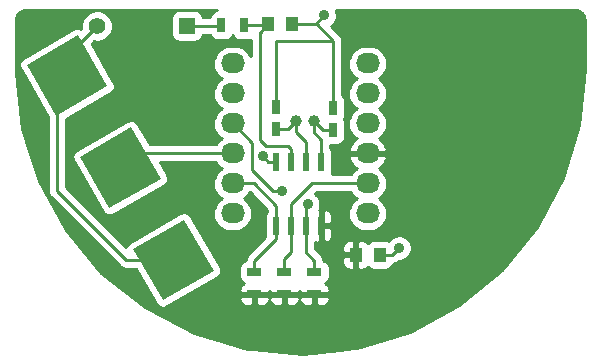
<source format=gtl>
%FSLAX46Y46*%
G04 Gerber Fmt 4.6, Leading zero omitted, Abs format (unit mm)*
G04 Created by KiCad (PCBNEW (2014-10-27 BZR 5228)-product) date 20/04/2015 15:04:09*
%MOMM*%
G01*
G04 APERTURE LIST*
%ADD10C,0.100000*%
%ADD11O,2.032000X1.727200*%
%ADD12R,1.000000X1.250000*%
%ADD13R,0.750000X1.200000*%
%ADD14R,1.397000X1.397000*%
%ADD15C,1.397000*%
%ADD16R,1.300000X0.700000*%
%ADD17R,0.700000X1.300000*%
%ADD18R,0.600000X1.550000*%
%ADD19C,1.000760*%
%ADD20C,0.889000*%
%ADD21C,0.254000*%
G04 APERTURE END LIST*
D10*
D11*
X202565000Y-103632000D03*
X202565000Y-106172000D03*
X202565000Y-108712000D03*
X202565000Y-111252000D03*
X202565000Y-113792000D03*
X202565000Y-116332000D03*
X213995000Y-103632000D03*
X213995000Y-106172000D03*
X213995000Y-108712000D03*
X213995000Y-111252000D03*
X213995000Y-113792000D03*
X213995000Y-116332000D03*
D12*
X212995000Y-119824500D03*
X214995000Y-119824500D03*
D13*
X211074000Y-109281000D03*
X211074000Y-107381000D03*
X206248000Y-109217500D03*
X206248000Y-107317500D03*
D12*
X207565500Y-100330000D03*
X205565500Y-100330000D03*
D14*
X198691500Y-100457000D03*
D15*
X191071500Y-100457000D03*
D16*
X209486500Y-123187500D03*
X209486500Y-121287500D03*
X206946500Y-123187500D03*
X206946500Y-121287500D03*
X204406500Y-123187500D03*
X204406500Y-121287500D03*
D17*
X203515000Y-100393500D03*
X201615000Y-100393500D03*
D18*
X210058000Y-117381000D03*
X208788000Y-117381000D03*
X207518000Y-117381000D03*
X206248000Y-117381000D03*
X206248000Y-111981000D03*
X207518000Y-111981000D03*
X208788000Y-111981000D03*
X210058000Y-111981000D03*
D10*
G36*
X200963564Y-121182515D02*
X196633436Y-123682515D01*
X194133436Y-119352387D01*
X198463564Y-116852387D01*
X200963564Y-121182515D01*
X200963564Y-121182515D01*
G37*
G36*
X191946564Y-105564613D02*
X187616436Y-108064613D01*
X185116436Y-103734485D01*
X189446564Y-101234485D01*
X191946564Y-105564613D01*
X191946564Y-105564613D01*
G37*
G36*
X196455064Y-113373564D02*
X192124936Y-115873564D01*
X189624936Y-111543436D01*
X193955064Y-109043436D01*
X196455064Y-113373564D01*
X196455064Y-113373564D01*
G37*
D19*
X207911700Y-108521500D03*
X209410300Y-108521500D03*
D20*
X205105000Y-111506000D03*
X216662000Y-119253000D03*
X210312000Y-99568000D03*
X208915000Y-115570000D03*
X206756000Y-114427000D03*
D21*
X211074000Y-101727000D02*
X211074000Y-107381000D01*
X206248000Y-101727000D02*
X211074000Y-101727000D01*
X206248000Y-107317500D02*
X206248000Y-101727000D01*
X205580000Y-111981000D02*
X205105000Y-111506000D01*
X206248000Y-111981000D02*
X205580000Y-111981000D01*
X216090500Y-119824500D02*
X216662000Y-119253000D01*
X214995000Y-119824500D02*
X216090500Y-119824500D01*
X209677000Y-100330000D02*
X211074000Y-101727000D01*
X207565500Y-100330000D02*
X209677000Y-100330000D01*
X209677000Y-100203000D02*
X210312000Y-99568000D01*
X209677000Y-100330000D02*
X209677000Y-100203000D01*
X194246500Y-111252000D02*
X202565000Y-111252000D01*
X193040000Y-112458500D02*
X194246500Y-111252000D01*
X211518500Y-119824500D02*
X212995000Y-119824500D01*
X210058000Y-118364000D02*
X211518500Y-119824500D01*
X210058000Y-117381000D02*
X210058000Y-118364000D01*
X204406500Y-123187500D02*
X206946500Y-123187500D01*
X206946500Y-123187500D02*
X209486500Y-123187500D01*
X211584500Y-123187500D02*
X212995000Y-121777000D01*
X212995000Y-121777000D02*
X212995000Y-119824500D01*
X209486500Y-123187500D02*
X211584500Y-123187500D01*
X210169800Y-109281000D02*
X209410300Y-108521500D01*
X211074000Y-109281000D02*
X210169800Y-109281000D01*
X209410300Y-109461300D02*
X210058000Y-110109000D01*
X210058000Y-110109000D02*
X210058000Y-111981000D01*
X209410300Y-108521500D02*
X209410300Y-109461300D01*
X207215700Y-109217500D02*
X207911700Y-108521500D01*
X206248000Y-109217500D02*
X207215700Y-109217500D01*
X207911700Y-109423200D02*
X208788000Y-110299500D01*
X208788000Y-110299500D02*
X208788000Y-111981000D01*
X207911700Y-108521500D02*
X207911700Y-109423200D01*
X205502000Y-100393500D02*
X205565500Y-100330000D01*
X203515000Y-100393500D02*
X205502000Y-100393500D01*
X204851000Y-101044500D02*
X204851000Y-110109000D01*
X204851000Y-110109000D02*
X205359000Y-110617000D01*
X205359000Y-110617000D02*
X207264000Y-110617000D01*
X207264000Y-110617000D02*
X207518000Y-110871000D01*
X207518000Y-110871000D02*
X207518000Y-111981000D01*
X205565500Y-100330000D02*
X204851000Y-101044500D01*
X201551500Y-100457000D02*
X201615000Y-100393500D01*
X201551500Y-100457000D02*
X201615000Y-100393500D01*
X198691500Y-100457000D02*
X201551500Y-100457000D01*
X188531500Y-102997000D02*
X191071500Y-100457000D01*
X188531500Y-104649549D02*
X188531500Y-102997000D01*
X187706000Y-114427000D02*
X193546451Y-120267451D01*
X193546451Y-120267451D02*
X197548500Y-120267451D01*
X187706000Y-105475049D02*
X187706000Y-114427000D01*
X188531500Y-104649549D02*
X187706000Y-105475049D01*
X208788000Y-119634000D02*
X209486500Y-120332500D01*
X209486500Y-120332500D02*
X209486500Y-121287500D01*
X208788000Y-117381000D02*
X208788000Y-119634000D01*
X208788000Y-115697000D02*
X208915000Y-115570000D01*
X206756000Y-114427000D02*
X205994000Y-114427000D01*
X205994000Y-114427000D02*
X204216000Y-112649000D01*
X204216000Y-112649000D02*
X204216000Y-110363000D01*
X204216000Y-110363000D02*
X202565000Y-108712000D01*
X208788000Y-117381000D02*
X208788000Y-115697000D01*
X204406500Y-120332500D02*
X204406500Y-121287500D01*
X206248000Y-118491000D02*
X204406500Y-120332500D01*
X206248000Y-117381000D02*
X206248000Y-118491000D01*
X206248000Y-115697000D02*
X204343000Y-113792000D01*
X204343000Y-113792000D02*
X202565000Y-113792000D01*
X206248000Y-117381000D02*
X206248000Y-115697000D01*
X207518000Y-119634000D02*
X206946500Y-120205500D01*
X206946500Y-120205500D02*
X206946500Y-121287500D01*
X207518000Y-117381000D02*
X207518000Y-119634000D01*
X207518000Y-115570000D02*
X209296000Y-113792000D01*
X209296000Y-113792000D02*
X213995000Y-113792000D01*
X207518000Y-117381000D02*
X207518000Y-115570000D01*
G36*
X232360000Y-104106495D02*
X231898177Y-108816525D01*
X230540031Y-113314924D01*
X228334008Y-117463850D01*
X225364132Y-121105276D01*
X221743527Y-124100501D01*
X217741546Y-126264364D01*
X217741546Y-119147150D01*
X217700426Y-118939481D01*
X217619754Y-118743753D01*
X217502600Y-118567423D01*
X217353428Y-118417207D01*
X217177921Y-118298825D01*
X216982761Y-118216788D01*
X216775384Y-118174219D01*
X216563689Y-118172741D01*
X216355738Y-118212410D01*
X216159452Y-118291715D01*
X215982308Y-118407634D01*
X215831054Y-118555753D01*
X215780044Y-118630250D01*
X215680223Y-118588903D01*
X215557542Y-118564500D01*
X215432458Y-118564500D01*
X214432458Y-118564500D01*
X214309777Y-118588903D01*
X214194215Y-118636770D01*
X214090211Y-118706263D01*
X214001763Y-118794711D01*
X213995000Y-118804832D01*
X213988237Y-118794711D01*
X213899789Y-118706263D01*
X213795785Y-118636770D01*
X213680223Y-118588903D01*
X213557542Y-118564500D01*
X213280750Y-118564500D01*
X213122000Y-118723250D01*
X213122000Y-119697500D01*
X213142000Y-119697500D01*
X213142000Y-119951500D01*
X213122000Y-119951500D01*
X213122000Y-120925750D01*
X213280750Y-121084500D01*
X213557542Y-121084500D01*
X213680223Y-121060097D01*
X213795785Y-121012230D01*
X213899789Y-120942737D01*
X213988237Y-120854289D01*
X213995000Y-120844167D01*
X214001763Y-120854289D01*
X214090211Y-120942737D01*
X214194215Y-121012230D01*
X214309777Y-121060097D01*
X214432458Y-121084500D01*
X214557542Y-121084500D01*
X215557542Y-121084500D01*
X215680223Y-121060097D01*
X215795785Y-121012230D01*
X215899789Y-120942737D01*
X215988237Y-120854289D01*
X216057730Y-120750285D01*
X216105597Y-120634723D01*
X216115680Y-120584031D01*
X216160613Y-120579625D01*
X216230670Y-120573496D01*
X216234512Y-120572379D01*
X216238507Y-120571988D01*
X216305959Y-120551622D01*
X216373482Y-120532006D01*
X216377037Y-120530162D01*
X216380876Y-120529004D01*
X216443053Y-120495943D01*
X216505514Y-120463567D01*
X216508644Y-120461068D01*
X216512184Y-120459186D01*
X216566730Y-120414699D01*
X216621740Y-120370786D01*
X216627314Y-120365287D01*
X216627431Y-120365193D01*
X216627520Y-120365085D01*
X216629315Y-120363315D01*
X216659891Y-120332738D01*
X216745219Y-120334526D01*
X216953704Y-120297765D01*
X217151077Y-120221208D01*
X217329822Y-120107773D01*
X217483130Y-119961780D01*
X217605161Y-119788790D01*
X217691268Y-119595392D01*
X217738170Y-119388952D01*
X217741546Y-119147150D01*
X217741546Y-126264364D01*
X217610103Y-126335435D01*
X213121292Y-127724955D01*
X212868000Y-127751576D01*
X212868000Y-120925750D01*
X212868000Y-119951500D01*
X212868000Y-119697500D01*
X212868000Y-118723250D01*
X212709250Y-118564500D01*
X212432458Y-118564500D01*
X212309777Y-118588903D01*
X212194215Y-118636770D01*
X212090211Y-118706263D01*
X212001763Y-118794711D01*
X211932270Y-118898715D01*
X211884403Y-119014277D01*
X211860000Y-119136958D01*
X211860000Y-119262042D01*
X211860000Y-119538750D01*
X212018750Y-119697500D01*
X212868000Y-119697500D01*
X212868000Y-119951500D01*
X212018750Y-119951500D01*
X211860000Y-120110250D01*
X211860000Y-120386958D01*
X211860000Y-120512042D01*
X211884403Y-120634723D01*
X211932270Y-120750285D01*
X212001763Y-120854289D01*
X212090211Y-120942737D01*
X212194215Y-121012230D01*
X212309777Y-121060097D01*
X212432458Y-121084500D01*
X212709250Y-121084500D01*
X212868000Y-120925750D01*
X212868000Y-127751576D01*
X210993000Y-127948646D01*
X210993000Y-118218542D01*
X210993000Y-118093458D01*
X210993000Y-117666750D01*
X210993000Y-117095250D01*
X210993000Y-116668542D01*
X210993000Y-116543458D01*
X210968597Y-116420777D01*
X210920730Y-116305215D01*
X210851237Y-116201211D01*
X210762789Y-116112763D01*
X210658785Y-116043270D01*
X210543223Y-115995403D01*
X210420542Y-115971000D01*
X210343750Y-115971000D01*
X210185000Y-116129750D01*
X210185000Y-117254000D01*
X210834250Y-117254000D01*
X210993000Y-117095250D01*
X210993000Y-117666750D01*
X210834250Y-117508000D01*
X210185000Y-117508000D01*
X210185000Y-118632250D01*
X210343750Y-118791000D01*
X210420542Y-118791000D01*
X210543223Y-118766597D01*
X210658785Y-118718730D01*
X210762789Y-118649237D01*
X210851237Y-118560789D01*
X210920730Y-118456785D01*
X210968597Y-118341223D01*
X210993000Y-118218542D01*
X210993000Y-127948646D01*
X210771500Y-127971927D01*
X210771500Y-123600042D01*
X210771500Y-123473250D01*
X210612750Y-123314500D01*
X209613500Y-123314500D01*
X209613500Y-124013750D01*
X209772250Y-124172500D01*
X210073958Y-124172500D01*
X210199042Y-124172500D01*
X210321723Y-124148097D01*
X210437285Y-124100230D01*
X210541289Y-124030737D01*
X210629737Y-123942289D01*
X210699230Y-123838285D01*
X210747097Y-123722723D01*
X210771500Y-123600042D01*
X210771500Y-127971927D01*
X209359500Y-128120333D01*
X209359500Y-124013750D01*
X209359500Y-123314500D01*
X208360250Y-123314500D01*
X208216500Y-123458250D01*
X208072750Y-123314500D01*
X207073500Y-123314500D01*
X207073500Y-124013750D01*
X207232250Y-124172500D01*
X207533958Y-124172500D01*
X207659042Y-124172500D01*
X207781723Y-124148097D01*
X207897285Y-124100230D01*
X208001289Y-124030737D01*
X208089737Y-123942289D01*
X208159230Y-123838285D01*
X208207097Y-123722723D01*
X208216500Y-123675451D01*
X208225903Y-123722723D01*
X208273770Y-123838285D01*
X208343263Y-123942289D01*
X208431711Y-124030737D01*
X208535715Y-124100230D01*
X208651277Y-124148097D01*
X208773958Y-124172500D01*
X208899042Y-124172500D01*
X209200750Y-124172500D01*
X209359500Y-124013750D01*
X209359500Y-128120333D01*
X208448084Y-128216127D01*
X206819500Y-128067914D01*
X206819500Y-124013750D01*
X206819500Y-123314500D01*
X205820250Y-123314500D01*
X205676500Y-123458250D01*
X205532750Y-123314500D01*
X204533500Y-123314500D01*
X204533500Y-124013750D01*
X204692250Y-124172500D01*
X204993958Y-124172500D01*
X205119042Y-124172500D01*
X205241723Y-124148097D01*
X205357285Y-124100230D01*
X205461289Y-124030737D01*
X205549737Y-123942289D01*
X205619230Y-123838285D01*
X205667097Y-123722723D01*
X205676500Y-123675451D01*
X205685903Y-123722723D01*
X205733770Y-123838285D01*
X205803263Y-123942289D01*
X205891711Y-124030737D01*
X205995715Y-124100230D01*
X206111277Y-124148097D01*
X206233958Y-124172500D01*
X206359042Y-124172500D01*
X206660750Y-124172500D01*
X206819500Y-124013750D01*
X206819500Y-128067914D01*
X204279500Y-127836757D01*
X204279500Y-124013750D01*
X204279500Y-123314500D01*
X203280250Y-123314500D01*
X203121500Y-123473250D01*
X203121500Y-123600042D01*
X203145903Y-123722723D01*
X203193770Y-123838285D01*
X203263263Y-123942289D01*
X203351711Y-124030737D01*
X203455715Y-124100230D01*
X203571277Y-124148097D01*
X203693958Y-124172500D01*
X203819042Y-124172500D01*
X204120750Y-124172500D01*
X204279500Y-124013750D01*
X204279500Y-127836757D01*
X203768472Y-127790250D01*
X201601294Y-127152414D01*
X201601294Y-121161637D01*
X201584968Y-121037624D01*
X201544761Y-120919177D01*
X201482219Y-120810852D01*
X198982219Y-116480725D01*
X198899745Y-116386681D01*
X198800509Y-116310535D01*
X198688325Y-116255211D01*
X198567503Y-116222837D01*
X198442686Y-116214657D01*
X198318673Y-116230983D01*
X198200226Y-116271190D01*
X198091901Y-116333732D01*
X193761774Y-118833732D01*
X193667730Y-118916206D01*
X193591584Y-119015442D01*
X193536260Y-119127626D01*
X193525270Y-119168640D01*
X188468000Y-114111370D01*
X188468000Y-108306197D01*
X192318226Y-106083268D01*
X192412270Y-106000794D01*
X192488416Y-105901558D01*
X192543740Y-105789374D01*
X192576114Y-105668552D01*
X192584294Y-105543735D01*
X192567968Y-105419722D01*
X192527761Y-105301275D01*
X192465219Y-105192950D01*
X190616044Y-101990086D01*
X190835590Y-101770540D01*
X190912844Y-101787526D01*
X191174300Y-101793003D01*
X191431840Y-101747592D01*
X191675654Y-101653022D01*
X191896457Y-101512897D01*
X192085837Y-101332552D01*
X192236581Y-101118858D01*
X192342948Y-100879955D01*
X192400886Y-100624941D01*
X192405057Y-100326244D01*
X192354262Y-100069711D01*
X192254607Y-99827931D01*
X192109888Y-99610111D01*
X191925618Y-99424549D01*
X191708814Y-99278313D01*
X191467735Y-99176973D01*
X191211563Y-99124388D01*
X190950057Y-99122563D01*
X190693176Y-99171565D01*
X190450706Y-99269530D01*
X190231881Y-99412725D01*
X190045037Y-99595695D01*
X189897291Y-99811473D01*
X189794270Y-100051839D01*
X189739899Y-100307637D01*
X189736247Y-100569124D01*
X189756467Y-100679297D01*
X189671325Y-100637309D01*
X189550503Y-100604935D01*
X189425686Y-100596755D01*
X189301673Y-100613081D01*
X189183226Y-100653288D01*
X189074901Y-100715830D01*
X184744774Y-103215830D01*
X184650730Y-103298304D01*
X184574584Y-103397540D01*
X184519260Y-103509724D01*
X184486886Y-103630546D01*
X184478706Y-103755363D01*
X184495032Y-103879376D01*
X184535239Y-103997823D01*
X184597781Y-104106148D01*
X186944000Y-108169918D01*
X186944000Y-114427000D01*
X186950874Y-114497113D01*
X186957004Y-114567170D01*
X186958120Y-114571012D01*
X186958512Y-114575007D01*
X186978877Y-114642459D01*
X186998494Y-114709982D01*
X187000337Y-114713537D01*
X187001496Y-114717376D01*
X187034556Y-114779553D01*
X187066933Y-114842014D01*
X187069431Y-114845144D01*
X187071314Y-114848684D01*
X187115800Y-114903230D01*
X187159714Y-114958240D01*
X187165212Y-114963814D01*
X187165307Y-114963931D01*
X187165414Y-114964020D01*
X187167185Y-114965815D01*
X193007636Y-120806266D01*
X193062050Y-120850963D01*
X193115946Y-120896187D01*
X193119453Y-120898115D01*
X193122554Y-120900662D01*
X193184619Y-120933940D01*
X193246267Y-120967832D01*
X193250087Y-120969043D01*
X193253618Y-120970937D01*
X193320915Y-120991511D01*
X193388022Y-121012799D01*
X193392005Y-121013245D01*
X193395836Y-121014417D01*
X193465823Y-121021526D01*
X193535812Y-121029377D01*
X193543648Y-121029431D01*
X193543791Y-121029446D01*
X193543924Y-121029433D01*
X193546451Y-121029451D01*
X194368454Y-121029451D01*
X196114781Y-124054177D01*
X196197255Y-124148221D01*
X196296491Y-124224367D01*
X196408675Y-124279691D01*
X196529497Y-124312065D01*
X196654314Y-124320245D01*
X196778327Y-124303919D01*
X196896774Y-124263712D01*
X197005099Y-124201170D01*
X201335226Y-121701170D01*
X201429270Y-121618696D01*
X201505416Y-121519460D01*
X201560740Y-121407276D01*
X201593114Y-121286454D01*
X201601294Y-121161637D01*
X201601294Y-127152414D01*
X199260702Y-126463541D01*
X195096477Y-124286536D01*
X191434403Y-121342153D01*
X188413976Y-117742549D01*
X186150239Y-113624826D01*
X184729419Y-109145829D01*
X184202146Y-104445089D01*
X184200000Y-104137653D01*
X184200000Y-99958503D01*
X184218743Y-99767336D01*
X184264532Y-99615678D01*
X184338904Y-99475804D01*
X184439030Y-99353038D01*
X184561093Y-99252059D01*
X184700449Y-99176709D01*
X184851780Y-99129864D01*
X185040782Y-99110000D01*
X201194917Y-99110000D01*
X201079777Y-99132903D01*
X200964215Y-99180770D01*
X200860211Y-99250263D01*
X200771763Y-99338711D01*
X200702270Y-99442715D01*
X200654403Y-99558277D01*
X200630000Y-99680958D01*
X200630000Y-99695000D01*
X200024809Y-99695000D01*
X200000597Y-99573277D01*
X199952730Y-99457715D01*
X199883237Y-99353711D01*
X199794789Y-99265263D01*
X199690785Y-99195770D01*
X199575223Y-99147903D01*
X199452542Y-99123500D01*
X199327458Y-99123500D01*
X197930458Y-99123500D01*
X197807777Y-99147903D01*
X197692215Y-99195770D01*
X197588211Y-99265263D01*
X197499763Y-99353711D01*
X197430270Y-99457715D01*
X197382403Y-99573277D01*
X197358000Y-99695958D01*
X197358000Y-99821042D01*
X197358000Y-101218042D01*
X197382403Y-101340723D01*
X197430270Y-101456285D01*
X197499763Y-101560289D01*
X197588211Y-101648737D01*
X197692215Y-101718230D01*
X197807777Y-101766097D01*
X197930458Y-101790500D01*
X198055542Y-101790500D01*
X199452542Y-101790500D01*
X199575223Y-101766097D01*
X199690785Y-101718230D01*
X199794789Y-101648737D01*
X199883237Y-101560289D01*
X199952730Y-101456285D01*
X200000597Y-101340723D01*
X200024809Y-101219000D01*
X200652468Y-101219000D01*
X200654403Y-101228723D01*
X200702270Y-101344285D01*
X200771763Y-101448289D01*
X200860211Y-101536737D01*
X200964215Y-101606230D01*
X201079777Y-101654097D01*
X201202458Y-101678500D01*
X201327542Y-101678500D01*
X202027542Y-101678500D01*
X202150223Y-101654097D01*
X202265785Y-101606230D01*
X202369789Y-101536737D01*
X202458237Y-101448289D01*
X202527730Y-101344285D01*
X202565000Y-101254306D01*
X202602270Y-101344285D01*
X202671763Y-101448289D01*
X202760211Y-101536737D01*
X202864215Y-101606230D01*
X202979777Y-101654097D01*
X203102458Y-101678500D01*
X203227542Y-101678500D01*
X203927542Y-101678500D01*
X204050223Y-101654097D01*
X204089000Y-101638035D01*
X204089000Y-103021137D01*
X203979363Y-102811422D01*
X203796097Y-102583485D01*
X203572048Y-102395485D01*
X203315749Y-102254584D01*
X203036964Y-102166148D01*
X202746312Y-102133546D01*
X202725388Y-102133400D01*
X202404612Y-102133400D01*
X202113532Y-102161941D01*
X201833540Y-102246475D01*
X201575299Y-102383784D01*
X201348647Y-102568637D01*
X201162216Y-102793994D01*
X201023108Y-103051269D01*
X200936621Y-103330665D01*
X200906049Y-103621538D01*
X200932556Y-103912810D01*
X201015134Y-104193385D01*
X201150637Y-104452578D01*
X201333903Y-104680515D01*
X201557952Y-104868515D01*
X201617586Y-104901299D01*
X201575299Y-104923784D01*
X201348647Y-105108637D01*
X201162216Y-105333994D01*
X201023108Y-105591269D01*
X200936621Y-105870665D01*
X200906049Y-106161538D01*
X200932556Y-106452810D01*
X201015134Y-106733385D01*
X201150637Y-106992578D01*
X201333903Y-107220515D01*
X201557952Y-107408515D01*
X201617586Y-107441299D01*
X201575299Y-107463784D01*
X201348647Y-107648637D01*
X201162216Y-107873994D01*
X201023108Y-108131269D01*
X200936621Y-108410665D01*
X200906049Y-108701538D01*
X200932556Y-108992810D01*
X201015134Y-109273385D01*
X201150637Y-109532578D01*
X201333903Y-109760515D01*
X201557952Y-109948515D01*
X201617586Y-109981299D01*
X201575299Y-110003784D01*
X201348647Y-110188637D01*
X201162216Y-110413994D01*
X201121119Y-110490000D01*
X195523472Y-110490000D01*
X194473719Y-108671774D01*
X194391245Y-108577730D01*
X194292009Y-108501584D01*
X194179825Y-108446260D01*
X194059003Y-108413886D01*
X193934186Y-108405706D01*
X193810173Y-108422032D01*
X193691726Y-108462239D01*
X193583401Y-108524781D01*
X189253274Y-111024781D01*
X189159230Y-111107255D01*
X189083084Y-111206491D01*
X189027760Y-111318675D01*
X188995386Y-111439497D01*
X188987206Y-111564314D01*
X189003532Y-111688327D01*
X189043739Y-111806774D01*
X189106281Y-111915099D01*
X191606281Y-116245226D01*
X191688755Y-116339270D01*
X191787991Y-116415416D01*
X191900175Y-116470740D01*
X192020997Y-116503114D01*
X192145814Y-116511294D01*
X192269827Y-116494968D01*
X192388274Y-116454761D01*
X192496599Y-116392219D01*
X196826726Y-113892219D01*
X196920770Y-113809745D01*
X196996916Y-113710509D01*
X197052240Y-113598325D01*
X197084614Y-113477503D01*
X197092794Y-113352686D01*
X197076468Y-113228673D01*
X197036261Y-113110226D01*
X196973719Y-113001901D01*
X196403354Y-112014000D01*
X201120013Y-112014000D01*
X201150637Y-112072578D01*
X201333903Y-112300515D01*
X201557952Y-112488515D01*
X201617586Y-112521299D01*
X201575299Y-112543784D01*
X201348647Y-112728637D01*
X201162216Y-112953994D01*
X201023108Y-113211269D01*
X200936621Y-113490665D01*
X200906049Y-113781538D01*
X200932556Y-114072810D01*
X201015134Y-114353385D01*
X201150637Y-114612578D01*
X201333903Y-114840515D01*
X201557952Y-115028515D01*
X201617586Y-115061299D01*
X201575299Y-115083784D01*
X201348647Y-115268637D01*
X201162216Y-115493994D01*
X201023108Y-115751269D01*
X200936621Y-116030665D01*
X200906049Y-116321538D01*
X200932556Y-116612810D01*
X201015134Y-116893385D01*
X201150637Y-117152578D01*
X201333903Y-117380515D01*
X201557952Y-117568515D01*
X201814251Y-117709416D01*
X202093036Y-117797852D01*
X202383688Y-117830454D01*
X202404612Y-117830600D01*
X202725388Y-117830600D01*
X203016468Y-117802059D01*
X203296460Y-117717525D01*
X203554701Y-117580216D01*
X203781353Y-117395363D01*
X203967784Y-117170006D01*
X204106892Y-116912731D01*
X204193379Y-116633335D01*
X204223951Y-116342462D01*
X204197444Y-116051190D01*
X204114866Y-115770615D01*
X203979363Y-115511422D01*
X203796097Y-115283485D01*
X203572048Y-115095485D01*
X203512413Y-115062700D01*
X203554701Y-115040216D01*
X203781353Y-114855363D01*
X203967784Y-114630006D01*
X204008880Y-114554000D01*
X204027370Y-114554000D01*
X205486000Y-116012630D01*
X205486000Y-116169974D01*
X205454763Y-116201211D01*
X205385270Y-116305215D01*
X205337403Y-116420777D01*
X205313000Y-116543458D01*
X205313000Y-116668542D01*
X205313000Y-118218542D01*
X205334539Y-118326829D01*
X203867685Y-119793685D01*
X203822987Y-119848099D01*
X203777764Y-119901995D01*
X203775835Y-119905502D01*
X203773289Y-119908603D01*
X203740010Y-119970668D01*
X203706119Y-120032316D01*
X203704907Y-120036136D01*
X203703014Y-120039667D01*
X203682439Y-120106964D01*
X203661152Y-120174071D01*
X203660705Y-120178054D01*
X203659534Y-120181885D01*
X203652424Y-120251872D01*
X203645668Y-120312105D01*
X203571277Y-120326903D01*
X203455715Y-120374770D01*
X203351711Y-120444263D01*
X203263263Y-120532711D01*
X203193770Y-120636715D01*
X203145903Y-120752277D01*
X203121500Y-120874958D01*
X203121500Y-121000042D01*
X203121500Y-121700042D01*
X203145903Y-121822723D01*
X203193770Y-121938285D01*
X203263263Y-122042289D01*
X203351711Y-122130737D01*
X203455715Y-122200230D01*
X203545693Y-122237500D01*
X203455715Y-122274770D01*
X203351711Y-122344263D01*
X203263263Y-122432711D01*
X203193770Y-122536715D01*
X203145903Y-122652277D01*
X203121500Y-122774958D01*
X203121500Y-122901750D01*
X203280250Y-123060500D01*
X204279500Y-123060500D01*
X204279500Y-123040500D01*
X204533500Y-123040500D01*
X204533500Y-123060500D01*
X205532750Y-123060500D01*
X205676500Y-122916750D01*
X205820250Y-123060500D01*
X206819500Y-123060500D01*
X206819500Y-123040500D01*
X207073500Y-123040500D01*
X207073500Y-123060500D01*
X208072750Y-123060500D01*
X208216500Y-122916750D01*
X208360250Y-123060500D01*
X209359500Y-123060500D01*
X209359500Y-123040500D01*
X209613500Y-123040500D01*
X209613500Y-123060500D01*
X210612750Y-123060500D01*
X210771500Y-122901750D01*
X210771500Y-122774958D01*
X210747097Y-122652277D01*
X210699230Y-122536715D01*
X210629737Y-122432711D01*
X210541289Y-122344263D01*
X210437285Y-122274770D01*
X210347306Y-122237500D01*
X210437285Y-122200230D01*
X210541289Y-122130737D01*
X210629737Y-122042289D01*
X210699230Y-121938285D01*
X210747097Y-121822723D01*
X210771500Y-121700042D01*
X210771500Y-121574958D01*
X210771500Y-120874958D01*
X210747097Y-120752277D01*
X210699230Y-120636715D01*
X210629737Y-120532711D01*
X210541289Y-120444263D01*
X210437285Y-120374770D01*
X210321723Y-120326903D01*
X210246483Y-120311936D01*
X210241625Y-120262390D01*
X210235496Y-120192329D01*
X210234379Y-120188485D01*
X210233988Y-120184493D01*
X210213626Y-120117052D01*
X210194006Y-120049518D01*
X210192162Y-120045962D01*
X210191004Y-120042124D01*
X210157954Y-119979967D01*
X210125567Y-119917485D01*
X210123066Y-119914352D01*
X210121186Y-119910816D01*
X210076716Y-119856291D01*
X210032786Y-119801260D01*
X210027287Y-119795685D01*
X210027193Y-119795569D01*
X210027085Y-119795479D01*
X210025315Y-119793685D01*
X209550000Y-119318370D01*
X209550000Y-118757162D01*
X209572777Y-118766597D01*
X209695458Y-118791000D01*
X209772250Y-118791000D01*
X209931000Y-118632250D01*
X209931000Y-117508000D01*
X209911000Y-117508000D01*
X209911000Y-117254000D01*
X209931000Y-117254000D01*
X209931000Y-116129750D01*
X209873219Y-116071969D01*
X209944268Y-115912392D01*
X209991170Y-115705952D01*
X209994546Y-115464150D01*
X209953426Y-115256481D01*
X209872754Y-115060753D01*
X209755600Y-114884423D01*
X209606428Y-114734207D01*
X209501917Y-114663713D01*
X209611630Y-114554000D01*
X212550013Y-114554000D01*
X212580637Y-114612578D01*
X212763903Y-114840515D01*
X212987952Y-115028515D01*
X213047586Y-115061299D01*
X213005299Y-115083784D01*
X212778647Y-115268637D01*
X212592216Y-115493994D01*
X212453108Y-115751269D01*
X212366621Y-116030665D01*
X212336049Y-116321538D01*
X212362556Y-116612810D01*
X212445134Y-116893385D01*
X212580637Y-117152578D01*
X212763903Y-117380515D01*
X212987952Y-117568515D01*
X213244251Y-117709416D01*
X213523036Y-117797852D01*
X213813688Y-117830454D01*
X213834612Y-117830600D01*
X214155388Y-117830600D01*
X214446468Y-117802059D01*
X214726460Y-117717525D01*
X214984701Y-117580216D01*
X215211353Y-117395363D01*
X215397784Y-117170006D01*
X215536892Y-116912731D01*
X215623379Y-116633335D01*
X215653951Y-116342462D01*
X215627444Y-116051190D01*
X215544866Y-115770615D01*
X215409363Y-115511422D01*
X215226097Y-115283485D01*
X215002048Y-115095485D01*
X214942413Y-115062700D01*
X214984701Y-115040216D01*
X215211353Y-114855363D01*
X215397784Y-114630006D01*
X215536892Y-114372731D01*
X215623379Y-114093335D01*
X215653951Y-113802462D01*
X215653951Y-108722462D01*
X215627444Y-108431190D01*
X215544866Y-108150615D01*
X215409363Y-107891422D01*
X215226097Y-107663485D01*
X215002048Y-107475485D01*
X214942413Y-107442700D01*
X214984701Y-107420216D01*
X215211353Y-107235363D01*
X215397784Y-107010006D01*
X215536892Y-106752731D01*
X215623379Y-106473335D01*
X215653951Y-106182462D01*
X215627444Y-105891190D01*
X215544866Y-105610615D01*
X215409363Y-105351422D01*
X215226097Y-105123485D01*
X215002048Y-104935485D01*
X214942413Y-104902700D01*
X214984701Y-104880216D01*
X215211353Y-104695363D01*
X215397784Y-104470006D01*
X215536892Y-104212731D01*
X215623379Y-103933335D01*
X215653951Y-103642462D01*
X215627444Y-103351190D01*
X215544866Y-103070615D01*
X215409363Y-102811422D01*
X215226097Y-102583485D01*
X215002048Y-102395485D01*
X214745749Y-102254584D01*
X214466964Y-102166148D01*
X214176312Y-102133546D01*
X214155388Y-102133400D01*
X213834612Y-102133400D01*
X213543532Y-102161941D01*
X213263540Y-102246475D01*
X213005299Y-102383784D01*
X212778647Y-102568637D01*
X212592216Y-102793994D01*
X212453108Y-103051269D01*
X212366621Y-103330665D01*
X212336049Y-103621538D01*
X212362556Y-103912810D01*
X212445134Y-104193385D01*
X212580637Y-104452578D01*
X212763903Y-104680515D01*
X212987952Y-104868515D01*
X213047586Y-104901299D01*
X213005299Y-104923784D01*
X212778647Y-105108637D01*
X212592216Y-105333994D01*
X212453108Y-105591269D01*
X212366621Y-105870665D01*
X212336049Y-106161538D01*
X212362556Y-106452810D01*
X212445134Y-106733385D01*
X212580637Y-106992578D01*
X212763903Y-107220515D01*
X212987952Y-107408515D01*
X213047586Y-107441299D01*
X213005299Y-107463784D01*
X212778647Y-107648637D01*
X212592216Y-107873994D01*
X212453108Y-108131269D01*
X212366621Y-108410665D01*
X212336049Y-108701538D01*
X212362556Y-108992810D01*
X212445134Y-109273385D01*
X212580637Y-109532578D01*
X212763903Y-109760515D01*
X212987952Y-109948515D01*
X213049872Y-109982555D01*
X212843271Y-110133514D01*
X212644267Y-110349965D01*
X212491314Y-110601081D01*
X212390291Y-110877211D01*
X212387642Y-110892974D01*
X212508783Y-111125000D01*
X213868000Y-111125000D01*
X213868000Y-111105000D01*
X214122000Y-111105000D01*
X214122000Y-111125000D01*
X215481217Y-111125000D01*
X215602358Y-110892974D01*
X215599709Y-110877211D01*
X215498686Y-110601081D01*
X215345733Y-110349965D01*
X215146729Y-110133514D01*
X214941205Y-109983343D01*
X214984701Y-109960216D01*
X215211353Y-109775363D01*
X215397784Y-109550006D01*
X215536892Y-109292731D01*
X215623379Y-109013335D01*
X215653951Y-108722462D01*
X215653951Y-113802462D01*
X215627444Y-113511190D01*
X215544866Y-113230615D01*
X215409363Y-112971422D01*
X215226097Y-112743485D01*
X215002048Y-112555485D01*
X214940127Y-112521444D01*
X215146729Y-112370486D01*
X215345733Y-112154035D01*
X215498686Y-111902919D01*
X215599709Y-111626789D01*
X215602358Y-111611026D01*
X215481217Y-111379000D01*
X214122000Y-111379000D01*
X214122000Y-111399000D01*
X213868000Y-111399000D01*
X213868000Y-111379000D01*
X212508783Y-111379000D01*
X212387642Y-111611026D01*
X212390291Y-111626789D01*
X212491314Y-111902919D01*
X212644267Y-112154035D01*
X212843271Y-112370486D01*
X213048794Y-112520656D01*
X213005299Y-112543784D01*
X212778647Y-112728637D01*
X212592216Y-112953994D01*
X212551119Y-113030000D01*
X210931824Y-113030000D01*
X210968597Y-112941223D01*
X210993000Y-112818542D01*
X210993000Y-112693458D01*
X210993000Y-111143458D01*
X210968597Y-111020777D01*
X210920730Y-110905215D01*
X210851237Y-110801211D01*
X210820000Y-110769974D01*
X210820000Y-110516000D01*
X211511542Y-110516000D01*
X211634223Y-110491597D01*
X211749785Y-110443730D01*
X211853789Y-110374237D01*
X211942237Y-110285789D01*
X212011730Y-110181785D01*
X212059597Y-110066223D01*
X212084000Y-109943542D01*
X212084000Y-109818458D01*
X212084000Y-108618458D01*
X212059597Y-108495777D01*
X212011730Y-108380215D01*
X211978845Y-108331000D01*
X212011730Y-108281785D01*
X212059597Y-108166223D01*
X212084000Y-108043542D01*
X212084000Y-107918458D01*
X212084000Y-106718458D01*
X212059597Y-106595777D01*
X212011730Y-106480215D01*
X211942237Y-106376211D01*
X211853789Y-106287763D01*
X211836000Y-106275876D01*
X211836000Y-101727000D01*
X211829126Y-101656894D01*
X211822996Y-101586829D01*
X211822624Y-101585550D01*
X211822503Y-101584215D01*
X211821748Y-101581652D01*
X211821488Y-101578993D01*
X211801126Y-101511552D01*
X211781506Y-101444018D01*
X211780891Y-101442832D01*
X211780514Y-101441550D01*
X211779276Y-101439183D01*
X211778504Y-101436624D01*
X211745454Y-101374467D01*
X211713067Y-101311985D01*
X211712231Y-101310938D01*
X211711614Y-101309757D01*
X211709940Y-101307676D01*
X211708686Y-101305316D01*
X211664216Y-101250791D01*
X211620286Y-101195760D01*
X211618510Y-101193959D01*
X211618428Y-101193857D01*
X211618320Y-101193766D01*
X211614784Y-101190181D01*
X211614693Y-101190069D01*
X211614589Y-101189983D01*
X211612815Y-101188184D01*
X210898813Y-100474182D01*
X210979822Y-100422773D01*
X211133130Y-100276780D01*
X211255161Y-100103790D01*
X211341268Y-99910392D01*
X211388170Y-99703952D01*
X211391546Y-99462150D01*
X211350426Y-99254481D01*
X211290876Y-99110000D01*
X231511496Y-99110000D01*
X231702663Y-99128743D01*
X231854321Y-99174532D01*
X231994195Y-99248904D01*
X232116961Y-99349030D01*
X232217940Y-99471093D01*
X232293290Y-99610449D01*
X232340135Y-99761780D01*
X232360000Y-99950782D01*
X232360000Y-104106495D01*
X232360000Y-104106495D01*
G37*
X232360000Y-104106495D02*
X231898177Y-108816525D01*
X230540031Y-113314924D01*
X228334008Y-117463850D01*
X225364132Y-121105276D01*
X221743527Y-124100501D01*
X217741546Y-126264364D01*
X217741546Y-119147150D01*
X217700426Y-118939481D01*
X217619754Y-118743753D01*
X217502600Y-118567423D01*
X217353428Y-118417207D01*
X217177921Y-118298825D01*
X216982761Y-118216788D01*
X216775384Y-118174219D01*
X216563689Y-118172741D01*
X216355738Y-118212410D01*
X216159452Y-118291715D01*
X215982308Y-118407634D01*
X215831054Y-118555753D01*
X215780044Y-118630250D01*
X215680223Y-118588903D01*
X215557542Y-118564500D01*
X215432458Y-118564500D01*
X214432458Y-118564500D01*
X214309777Y-118588903D01*
X214194215Y-118636770D01*
X214090211Y-118706263D01*
X214001763Y-118794711D01*
X213995000Y-118804832D01*
X213988237Y-118794711D01*
X213899789Y-118706263D01*
X213795785Y-118636770D01*
X213680223Y-118588903D01*
X213557542Y-118564500D01*
X213280750Y-118564500D01*
X213122000Y-118723250D01*
X213122000Y-119697500D01*
X213142000Y-119697500D01*
X213142000Y-119951500D01*
X213122000Y-119951500D01*
X213122000Y-120925750D01*
X213280750Y-121084500D01*
X213557542Y-121084500D01*
X213680223Y-121060097D01*
X213795785Y-121012230D01*
X213899789Y-120942737D01*
X213988237Y-120854289D01*
X213995000Y-120844167D01*
X214001763Y-120854289D01*
X214090211Y-120942737D01*
X214194215Y-121012230D01*
X214309777Y-121060097D01*
X214432458Y-121084500D01*
X214557542Y-121084500D01*
X215557542Y-121084500D01*
X215680223Y-121060097D01*
X215795785Y-121012230D01*
X215899789Y-120942737D01*
X215988237Y-120854289D01*
X216057730Y-120750285D01*
X216105597Y-120634723D01*
X216115680Y-120584031D01*
X216160613Y-120579625D01*
X216230670Y-120573496D01*
X216234512Y-120572379D01*
X216238507Y-120571988D01*
X216305959Y-120551622D01*
X216373482Y-120532006D01*
X216377037Y-120530162D01*
X216380876Y-120529004D01*
X216443053Y-120495943D01*
X216505514Y-120463567D01*
X216508644Y-120461068D01*
X216512184Y-120459186D01*
X216566730Y-120414699D01*
X216621740Y-120370786D01*
X216627314Y-120365287D01*
X216627431Y-120365193D01*
X216627520Y-120365085D01*
X216629315Y-120363315D01*
X216659891Y-120332738D01*
X216745219Y-120334526D01*
X216953704Y-120297765D01*
X217151077Y-120221208D01*
X217329822Y-120107773D01*
X217483130Y-119961780D01*
X217605161Y-119788790D01*
X217691268Y-119595392D01*
X217738170Y-119388952D01*
X217741546Y-119147150D01*
X217741546Y-126264364D01*
X217610103Y-126335435D01*
X213121292Y-127724955D01*
X212868000Y-127751576D01*
X212868000Y-120925750D01*
X212868000Y-119951500D01*
X212868000Y-119697500D01*
X212868000Y-118723250D01*
X212709250Y-118564500D01*
X212432458Y-118564500D01*
X212309777Y-118588903D01*
X212194215Y-118636770D01*
X212090211Y-118706263D01*
X212001763Y-118794711D01*
X211932270Y-118898715D01*
X211884403Y-119014277D01*
X211860000Y-119136958D01*
X211860000Y-119262042D01*
X211860000Y-119538750D01*
X212018750Y-119697500D01*
X212868000Y-119697500D01*
X212868000Y-119951500D01*
X212018750Y-119951500D01*
X211860000Y-120110250D01*
X211860000Y-120386958D01*
X211860000Y-120512042D01*
X211884403Y-120634723D01*
X211932270Y-120750285D01*
X212001763Y-120854289D01*
X212090211Y-120942737D01*
X212194215Y-121012230D01*
X212309777Y-121060097D01*
X212432458Y-121084500D01*
X212709250Y-121084500D01*
X212868000Y-120925750D01*
X212868000Y-127751576D01*
X210993000Y-127948646D01*
X210993000Y-118218542D01*
X210993000Y-118093458D01*
X210993000Y-117666750D01*
X210993000Y-117095250D01*
X210993000Y-116668542D01*
X210993000Y-116543458D01*
X210968597Y-116420777D01*
X210920730Y-116305215D01*
X210851237Y-116201211D01*
X210762789Y-116112763D01*
X210658785Y-116043270D01*
X210543223Y-115995403D01*
X210420542Y-115971000D01*
X210343750Y-115971000D01*
X210185000Y-116129750D01*
X210185000Y-117254000D01*
X210834250Y-117254000D01*
X210993000Y-117095250D01*
X210993000Y-117666750D01*
X210834250Y-117508000D01*
X210185000Y-117508000D01*
X210185000Y-118632250D01*
X210343750Y-118791000D01*
X210420542Y-118791000D01*
X210543223Y-118766597D01*
X210658785Y-118718730D01*
X210762789Y-118649237D01*
X210851237Y-118560789D01*
X210920730Y-118456785D01*
X210968597Y-118341223D01*
X210993000Y-118218542D01*
X210993000Y-127948646D01*
X210771500Y-127971927D01*
X210771500Y-123600042D01*
X210771500Y-123473250D01*
X210612750Y-123314500D01*
X209613500Y-123314500D01*
X209613500Y-124013750D01*
X209772250Y-124172500D01*
X210073958Y-124172500D01*
X210199042Y-124172500D01*
X210321723Y-124148097D01*
X210437285Y-124100230D01*
X210541289Y-124030737D01*
X210629737Y-123942289D01*
X210699230Y-123838285D01*
X210747097Y-123722723D01*
X210771500Y-123600042D01*
X210771500Y-127971927D01*
X209359500Y-128120333D01*
X209359500Y-124013750D01*
X209359500Y-123314500D01*
X208360250Y-123314500D01*
X208216500Y-123458250D01*
X208072750Y-123314500D01*
X207073500Y-123314500D01*
X207073500Y-124013750D01*
X207232250Y-124172500D01*
X207533958Y-124172500D01*
X207659042Y-124172500D01*
X207781723Y-124148097D01*
X207897285Y-124100230D01*
X208001289Y-124030737D01*
X208089737Y-123942289D01*
X208159230Y-123838285D01*
X208207097Y-123722723D01*
X208216500Y-123675451D01*
X208225903Y-123722723D01*
X208273770Y-123838285D01*
X208343263Y-123942289D01*
X208431711Y-124030737D01*
X208535715Y-124100230D01*
X208651277Y-124148097D01*
X208773958Y-124172500D01*
X208899042Y-124172500D01*
X209200750Y-124172500D01*
X209359500Y-124013750D01*
X209359500Y-128120333D01*
X208448084Y-128216127D01*
X206819500Y-128067914D01*
X206819500Y-124013750D01*
X206819500Y-123314500D01*
X205820250Y-123314500D01*
X205676500Y-123458250D01*
X205532750Y-123314500D01*
X204533500Y-123314500D01*
X204533500Y-124013750D01*
X204692250Y-124172500D01*
X204993958Y-124172500D01*
X205119042Y-124172500D01*
X205241723Y-124148097D01*
X205357285Y-124100230D01*
X205461289Y-124030737D01*
X205549737Y-123942289D01*
X205619230Y-123838285D01*
X205667097Y-123722723D01*
X205676500Y-123675451D01*
X205685903Y-123722723D01*
X205733770Y-123838285D01*
X205803263Y-123942289D01*
X205891711Y-124030737D01*
X205995715Y-124100230D01*
X206111277Y-124148097D01*
X206233958Y-124172500D01*
X206359042Y-124172500D01*
X206660750Y-124172500D01*
X206819500Y-124013750D01*
X206819500Y-128067914D01*
X204279500Y-127836757D01*
X204279500Y-124013750D01*
X204279500Y-123314500D01*
X203280250Y-123314500D01*
X203121500Y-123473250D01*
X203121500Y-123600042D01*
X203145903Y-123722723D01*
X203193770Y-123838285D01*
X203263263Y-123942289D01*
X203351711Y-124030737D01*
X203455715Y-124100230D01*
X203571277Y-124148097D01*
X203693958Y-124172500D01*
X203819042Y-124172500D01*
X204120750Y-124172500D01*
X204279500Y-124013750D01*
X204279500Y-127836757D01*
X203768472Y-127790250D01*
X201601294Y-127152414D01*
X201601294Y-121161637D01*
X201584968Y-121037624D01*
X201544761Y-120919177D01*
X201482219Y-120810852D01*
X198982219Y-116480725D01*
X198899745Y-116386681D01*
X198800509Y-116310535D01*
X198688325Y-116255211D01*
X198567503Y-116222837D01*
X198442686Y-116214657D01*
X198318673Y-116230983D01*
X198200226Y-116271190D01*
X198091901Y-116333732D01*
X193761774Y-118833732D01*
X193667730Y-118916206D01*
X193591584Y-119015442D01*
X193536260Y-119127626D01*
X193525270Y-119168640D01*
X188468000Y-114111370D01*
X188468000Y-108306197D01*
X192318226Y-106083268D01*
X192412270Y-106000794D01*
X192488416Y-105901558D01*
X192543740Y-105789374D01*
X192576114Y-105668552D01*
X192584294Y-105543735D01*
X192567968Y-105419722D01*
X192527761Y-105301275D01*
X192465219Y-105192950D01*
X190616044Y-101990086D01*
X190835590Y-101770540D01*
X190912844Y-101787526D01*
X191174300Y-101793003D01*
X191431840Y-101747592D01*
X191675654Y-101653022D01*
X191896457Y-101512897D01*
X192085837Y-101332552D01*
X192236581Y-101118858D01*
X192342948Y-100879955D01*
X192400886Y-100624941D01*
X192405057Y-100326244D01*
X192354262Y-100069711D01*
X192254607Y-99827931D01*
X192109888Y-99610111D01*
X191925618Y-99424549D01*
X191708814Y-99278313D01*
X191467735Y-99176973D01*
X191211563Y-99124388D01*
X190950057Y-99122563D01*
X190693176Y-99171565D01*
X190450706Y-99269530D01*
X190231881Y-99412725D01*
X190045037Y-99595695D01*
X189897291Y-99811473D01*
X189794270Y-100051839D01*
X189739899Y-100307637D01*
X189736247Y-100569124D01*
X189756467Y-100679297D01*
X189671325Y-100637309D01*
X189550503Y-100604935D01*
X189425686Y-100596755D01*
X189301673Y-100613081D01*
X189183226Y-100653288D01*
X189074901Y-100715830D01*
X184744774Y-103215830D01*
X184650730Y-103298304D01*
X184574584Y-103397540D01*
X184519260Y-103509724D01*
X184486886Y-103630546D01*
X184478706Y-103755363D01*
X184495032Y-103879376D01*
X184535239Y-103997823D01*
X184597781Y-104106148D01*
X186944000Y-108169918D01*
X186944000Y-114427000D01*
X186950874Y-114497113D01*
X186957004Y-114567170D01*
X186958120Y-114571012D01*
X186958512Y-114575007D01*
X186978877Y-114642459D01*
X186998494Y-114709982D01*
X187000337Y-114713537D01*
X187001496Y-114717376D01*
X187034556Y-114779553D01*
X187066933Y-114842014D01*
X187069431Y-114845144D01*
X187071314Y-114848684D01*
X187115800Y-114903230D01*
X187159714Y-114958240D01*
X187165212Y-114963814D01*
X187165307Y-114963931D01*
X187165414Y-114964020D01*
X187167185Y-114965815D01*
X193007636Y-120806266D01*
X193062050Y-120850963D01*
X193115946Y-120896187D01*
X193119453Y-120898115D01*
X193122554Y-120900662D01*
X193184619Y-120933940D01*
X193246267Y-120967832D01*
X193250087Y-120969043D01*
X193253618Y-120970937D01*
X193320915Y-120991511D01*
X193388022Y-121012799D01*
X193392005Y-121013245D01*
X193395836Y-121014417D01*
X193465823Y-121021526D01*
X193535812Y-121029377D01*
X193543648Y-121029431D01*
X193543791Y-121029446D01*
X193543924Y-121029433D01*
X193546451Y-121029451D01*
X194368454Y-121029451D01*
X196114781Y-124054177D01*
X196197255Y-124148221D01*
X196296491Y-124224367D01*
X196408675Y-124279691D01*
X196529497Y-124312065D01*
X196654314Y-124320245D01*
X196778327Y-124303919D01*
X196896774Y-124263712D01*
X197005099Y-124201170D01*
X201335226Y-121701170D01*
X201429270Y-121618696D01*
X201505416Y-121519460D01*
X201560740Y-121407276D01*
X201593114Y-121286454D01*
X201601294Y-121161637D01*
X201601294Y-127152414D01*
X199260702Y-126463541D01*
X195096477Y-124286536D01*
X191434403Y-121342153D01*
X188413976Y-117742549D01*
X186150239Y-113624826D01*
X184729419Y-109145829D01*
X184202146Y-104445089D01*
X184200000Y-104137653D01*
X184200000Y-99958503D01*
X184218743Y-99767336D01*
X184264532Y-99615678D01*
X184338904Y-99475804D01*
X184439030Y-99353038D01*
X184561093Y-99252059D01*
X184700449Y-99176709D01*
X184851780Y-99129864D01*
X185040782Y-99110000D01*
X201194917Y-99110000D01*
X201079777Y-99132903D01*
X200964215Y-99180770D01*
X200860211Y-99250263D01*
X200771763Y-99338711D01*
X200702270Y-99442715D01*
X200654403Y-99558277D01*
X200630000Y-99680958D01*
X200630000Y-99695000D01*
X200024809Y-99695000D01*
X200000597Y-99573277D01*
X199952730Y-99457715D01*
X199883237Y-99353711D01*
X199794789Y-99265263D01*
X199690785Y-99195770D01*
X199575223Y-99147903D01*
X199452542Y-99123500D01*
X199327458Y-99123500D01*
X197930458Y-99123500D01*
X197807777Y-99147903D01*
X197692215Y-99195770D01*
X197588211Y-99265263D01*
X197499763Y-99353711D01*
X197430270Y-99457715D01*
X197382403Y-99573277D01*
X197358000Y-99695958D01*
X197358000Y-99821042D01*
X197358000Y-101218042D01*
X197382403Y-101340723D01*
X197430270Y-101456285D01*
X197499763Y-101560289D01*
X197588211Y-101648737D01*
X197692215Y-101718230D01*
X197807777Y-101766097D01*
X197930458Y-101790500D01*
X198055542Y-101790500D01*
X199452542Y-101790500D01*
X199575223Y-101766097D01*
X199690785Y-101718230D01*
X199794789Y-101648737D01*
X199883237Y-101560289D01*
X199952730Y-101456285D01*
X200000597Y-101340723D01*
X200024809Y-101219000D01*
X200652468Y-101219000D01*
X200654403Y-101228723D01*
X200702270Y-101344285D01*
X200771763Y-101448289D01*
X200860211Y-101536737D01*
X200964215Y-101606230D01*
X201079777Y-101654097D01*
X201202458Y-101678500D01*
X201327542Y-101678500D01*
X202027542Y-101678500D01*
X202150223Y-101654097D01*
X202265785Y-101606230D01*
X202369789Y-101536737D01*
X202458237Y-101448289D01*
X202527730Y-101344285D01*
X202565000Y-101254306D01*
X202602270Y-101344285D01*
X202671763Y-101448289D01*
X202760211Y-101536737D01*
X202864215Y-101606230D01*
X202979777Y-101654097D01*
X203102458Y-101678500D01*
X203227542Y-101678500D01*
X203927542Y-101678500D01*
X204050223Y-101654097D01*
X204089000Y-101638035D01*
X204089000Y-103021137D01*
X203979363Y-102811422D01*
X203796097Y-102583485D01*
X203572048Y-102395485D01*
X203315749Y-102254584D01*
X203036964Y-102166148D01*
X202746312Y-102133546D01*
X202725388Y-102133400D01*
X202404612Y-102133400D01*
X202113532Y-102161941D01*
X201833540Y-102246475D01*
X201575299Y-102383784D01*
X201348647Y-102568637D01*
X201162216Y-102793994D01*
X201023108Y-103051269D01*
X200936621Y-103330665D01*
X200906049Y-103621538D01*
X200932556Y-103912810D01*
X201015134Y-104193385D01*
X201150637Y-104452578D01*
X201333903Y-104680515D01*
X201557952Y-104868515D01*
X201617586Y-104901299D01*
X201575299Y-104923784D01*
X201348647Y-105108637D01*
X201162216Y-105333994D01*
X201023108Y-105591269D01*
X200936621Y-105870665D01*
X200906049Y-106161538D01*
X200932556Y-106452810D01*
X201015134Y-106733385D01*
X201150637Y-106992578D01*
X201333903Y-107220515D01*
X201557952Y-107408515D01*
X201617586Y-107441299D01*
X201575299Y-107463784D01*
X201348647Y-107648637D01*
X201162216Y-107873994D01*
X201023108Y-108131269D01*
X200936621Y-108410665D01*
X200906049Y-108701538D01*
X200932556Y-108992810D01*
X201015134Y-109273385D01*
X201150637Y-109532578D01*
X201333903Y-109760515D01*
X201557952Y-109948515D01*
X201617586Y-109981299D01*
X201575299Y-110003784D01*
X201348647Y-110188637D01*
X201162216Y-110413994D01*
X201121119Y-110490000D01*
X195523472Y-110490000D01*
X194473719Y-108671774D01*
X194391245Y-108577730D01*
X194292009Y-108501584D01*
X194179825Y-108446260D01*
X194059003Y-108413886D01*
X193934186Y-108405706D01*
X193810173Y-108422032D01*
X193691726Y-108462239D01*
X193583401Y-108524781D01*
X189253274Y-111024781D01*
X189159230Y-111107255D01*
X189083084Y-111206491D01*
X189027760Y-111318675D01*
X188995386Y-111439497D01*
X188987206Y-111564314D01*
X189003532Y-111688327D01*
X189043739Y-111806774D01*
X189106281Y-111915099D01*
X191606281Y-116245226D01*
X191688755Y-116339270D01*
X191787991Y-116415416D01*
X191900175Y-116470740D01*
X192020997Y-116503114D01*
X192145814Y-116511294D01*
X192269827Y-116494968D01*
X192388274Y-116454761D01*
X192496599Y-116392219D01*
X196826726Y-113892219D01*
X196920770Y-113809745D01*
X196996916Y-113710509D01*
X197052240Y-113598325D01*
X197084614Y-113477503D01*
X197092794Y-113352686D01*
X197076468Y-113228673D01*
X197036261Y-113110226D01*
X196973719Y-113001901D01*
X196403354Y-112014000D01*
X201120013Y-112014000D01*
X201150637Y-112072578D01*
X201333903Y-112300515D01*
X201557952Y-112488515D01*
X201617586Y-112521299D01*
X201575299Y-112543784D01*
X201348647Y-112728637D01*
X201162216Y-112953994D01*
X201023108Y-113211269D01*
X200936621Y-113490665D01*
X200906049Y-113781538D01*
X200932556Y-114072810D01*
X201015134Y-114353385D01*
X201150637Y-114612578D01*
X201333903Y-114840515D01*
X201557952Y-115028515D01*
X201617586Y-115061299D01*
X201575299Y-115083784D01*
X201348647Y-115268637D01*
X201162216Y-115493994D01*
X201023108Y-115751269D01*
X200936621Y-116030665D01*
X200906049Y-116321538D01*
X200932556Y-116612810D01*
X201015134Y-116893385D01*
X201150637Y-117152578D01*
X201333903Y-117380515D01*
X201557952Y-117568515D01*
X201814251Y-117709416D01*
X202093036Y-117797852D01*
X202383688Y-117830454D01*
X202404612Y-117830600D01*
X202725388Y-117830600D01*
X203016468Y-117802059D01*
X203296460Y-117717525D01*
X203554701Y-117580216D01*
X203781353Y-117395363D01*
X203967784Y-117170006D01*
X204106892Y-116912731D01*
X204193379Y-116633335D01*
X204223951Y-116342462D01*
X204197444Y-116051190D01*
X204114866Y-115770615D01*
X203979363Y-115511422D01*
X203796097Y-115283485D01*
X203572048Y-115095485D01*
X203512413Y-115062700D01*
X203554701Y-115040216D01*
X203781353Y-114855363D01*
X203967784Y-114630006D01*
X204008880Y-114554000D01*
X204027370Y-114554000D01*
X205486000Y-116012630D01*
X205486000Y-116169974D01*
X205454763Y-116201211D01*
X205385270Y-116305215D01*
X205337403Y-116420777D01*
X205313000Y-116543458D01*
X205313000Y-116668542D01*
X205313000Y-118218542D01*
X205334539Y-118326829D01*
X203867685Y-119793685D01*
X203822987Y-119848099D01*
X203777764Y-119901995D01*
X203775835Y-119905502D01*
X203773289Y-119908603D01*
X203740010Y-119970668D01*
X203706119Y-120032316D01*
X203704907Y-120036136D01*
X203703014Y-120039667D01*
X203682439Y-120106964D01*
X203661152Y-120174071D01*
X203660705Y-120178054D01*
X203659534Y-120181885D01*
X203652424Y-120251872D01*
X203645668Y-120312105D01*
X203571277Y-120326903D01*
X203455715Y-120374770D01*
X203351711Y-120444263D01*
X203263263Y-120532711D01*
X203193770Y-120636715D01*
X203145903Y-120752277D01*
X203121500Y-120874958D01*
X203121500Y-121000042D01*
X203121500Y-121700042D01*
X203145903Y-121822723D01*
X203193770Y-121938285D01*
X203263263Y-122042289D01*
X203351711Y-122130737D01*
X203455715Y-122200230D01*
X203545693Y-122237500D01*
X203455715Y-122274770D01*
X203351711Y-122344263D01*
X203263263Y-122432711D01*
X203193770Y-122536715D01*
X203145903Y-122652277D01*
X203121500Y-122774958D01*
X203121500Y-122901750D01*
X203280250Y-123060500D01*
X204279500Y-123060500D01*
X204279500Y-123040500D01*
X204533500Y-123040500D01*
X204533500Y-123060500D01*
X205532750Y-123060500D01*
X205676500Y-122916750D01*
X205820250Y-123060500D01*
X206819500Y-123060500D01*
X206819500Y-123040500D01*
X207073500Y-123040500D01*
X207073500Y-123060500D01*
X208072750Y-123060500D01*
X208216500Y-122916750D01*
X208360250Y-123060500D01*
X209359500Y-123060500D01*
X209359500Y-123040500D01*
X209613500Y-123040500D01*
X209613500Y-123060500D01*
X210612750Y-123060500D01*
X210771500Y-122901750D01*
X210771500Y-122774958D01*
X210747097Y-122652277D01*
X210699230Y-122536715D01*
X210629737Y-122432711D01*
X210541289Y-122344263D01*
X210437285Y-122274770D01*
X210347306Y-122237500D01*
X210437285Y-122200230D01*
X210541289Y-122130737D01*
X210629737Y-122042289D01*
X210699230Y-121938285D01*
X210747097Y-121822723D01*
X210771500Y-121700042D01*
X210771500Y-121574958D01*
X210771500Y-120874958D01*
X210747097Y-120752277D01*
X210699230Y-120636715D01*
X210629737Y-120532711D01*
X210541289Y-120444263D01*
X210437285Y-120374770D01*
X210321723Y-120326903D01*
X210246483Y-120311936D01*
X210241625Y-120262390D01*
X210235496Y-120192329D01*
X210234379Y-120188485D01*
X210233988Y-120184493D01*
X210213626Y-120117052D01*
X210194006Y-120049518D01*
X210192162Y-120045962D01*
X210191004Y-120042124D01*
X210157954Y-119979967D01*
X210125567Y-119917485D01*
X210123066Y-119914352D01*
X210121186Y-119910816D01*
X210076716Y-119856291D01*
X210032786Y-119801260D01*
X210027287Y-119795685D01*
X210027193Y-119795569D01*
X210027085Y-119795479D01*
X210025315Y-119793685D01*
X209550000Y-119318370D01*
X209550000Y-118757162D01*
X209572777Y-118766597D01*
X209695458Y-118791000D01*
X209772250Y-118791000D01*
X209931000Y-118632250D01*
X209931000Y-117508000D01*
X209911000Y-117508000D01*
X209911000Y-117254000D01*
X209931000Y-117254000D01*
X209931000Y-116129750D01*
X209873219Y-116071969D01*
X209944268Y-115912392D01*
X209991170Y-115705952D01*
X209994546Y-115464150D01*
X209953426Y-115256481D01*
X209872754Y-115060753D01*
X209755600Y-114884423D01*
X209606428Y-114734207D01*
X209501917Y-114663713D01*
X209611630Y-114554000D01*
X212550013Y-114554000D01*
X212580637Y-114612578D01*
X212763903Y-114840515D01*
X212987952Y-115028515D01*
X213047586Y-115061299D01*
X213005299Y-115083784D01*
X212778647Y-115268637D01*
X212592216Y-115493994D01*
X212453108Y-115751269D01*
X212366621Y-116030665D01*
X212336049Y-116321538D01*
X212362556Y-116612810D01*
X212445134Y-116893385D01*
X212580637Y-117152578D01*
X212763903Y-117380515D01*
X212987952Y-117568515D01*
X213244251Y-117709416D01*
X213523036Y-117797852D01*
X213813688Y-117830454D01*
X213834612Y-117830600D01*
X214155388Y-117830600D01*
X214446468Y-117802059D01*
X214726460Y-117717525D01*
X214984701Y-117580216D01*
X215211353Y-117395363D01*
X215397784Y-117170006D01*
X215536892Y-116912731D01*
X215623379Y-116633335D01*
X215653951Y-116342462D01*
X215627444Y-116051190D01*
X215544866Y-115770615D01*
X215409363Y-115511422D01*
X215226097Y-115283485D01*
X215002048Y-115095485D01*
X214942413Y-115062700D01*
X214984701Y-115040216D01*
X215211353Y-114855363D01*
X215397784Y-114630006D01*
X215536892Y-114372731D01*
X215623379Y-114093335D01*
X215653951Y-113802462D01*
X215653951Y-108722462D01*
X215627444Y-108431190D01*
X215544866Y-108150615D01*
X215409363Y-107891422D01*
X215226097Y-107663485D01*
X215002048Y-107475485D01*
X214942413Y-107442700D01*
X214984701Y-107420216D01*
X215211353Y-107235363D01*
X215397784Y-107010006D01*
X215536892Y-106752731D01*
X215623379Y-106473335D01*
X215653951Y-106182462D01*
X215627444Y-105891190D01*
X215544866Y-105610615D01*
X215409363Y-105351422D01*
X215226097Y-105123485D01*
X215002048Y-104935485D01*
X214942413Y-104902700D01*
X214984701Y-104880216D01*
X215211353Y-104695363D01*
X215397784Y-104470006D01*
X215536892Y-104212731D01*
X215623379Y-103933335D01*
X215653951Y-103642462D01*
X215627444Y-103351190D01*
X215544866Y-103070615D01*
X215409363Y-102811422D01*
X215226097Y-102583485D01*
X215002048Y-102395485D01*
X214745749Y-102254584D01*
X214466964Y-102166148D01*
X214176312Y-102133546D01*
X214155388Y-102133400D01*
X213834612Y-102133400D01*
X213543532Y-102161941D01*
X213263540Y-102246475D01*
X213005299Y-102383784D01*
X212778647Y-102568637D01*
X212592216Y-102793994D01*
X212453108Y-103051269D01*
X212366621Y-103330665D01*
X212336049Y-103621538D01*
X212362556Y-103912810D01*
X212445134Y-104193385D01*
X212580637Y-104452578D01*
X212763903Y-104680515D01*
X212987952Y-104868515D01*
X213047586Y-104901299D01*
X213005299Y-104923784D01*
X212778647Y-105108637D01*
X212592216Y-105333994D01*
X212453108Y-105591269D01*
X212366621Y-105870665D01*
X212336049Y-106161538D01*
X212362556Y-106452810D01*
X212445134Y-106733385D01*
X212580637Y-106992578D01*
X212763903Y-107220515D01*
X212987952Y-107408515D01*
X213047586Y-107441299D01*
X213005299Y-107463784D01*
X212778647Y-107648637D01*
X212592216Y-107873994D01*
X212453108Y-108131269D01*
X212366621Y-108410665D01*
X212336049Y-108701538D01*
X212362556Y-108992810D01*
X212445134Y-109273385D01*
X212580637Y-109532578D01*
X212763903Y-109760515D01*
X212987952Y-109948515D01*
X213049872Y-109982555D01*
X212843271Y-110133514D01*
X212644267Y-110349965D01*
X212491314Y-110601081D01*
X212390291Y-110877211D01*
X212387642Y-110892974D01*
X212508783Y-111125000D01*
X213868000Y-111125000D01*
X213868000Y-111105000D01*
X214122000Y-111105000D01*
X214122000Y-111125000D01*
X215481217Y-111125000D01*
X215602358Y-110892974D01*
X215599709Y-110877211D01*
X215498686Y-110601081D01*
X215345733Y-110349965D01*
X215146729Y-110133514D01*
X214941205Y-109983343D01*
X214984701Y-109960216D01*
X215211353Y-109775363D01*
X215397784Y-109550006D01*
X215536892Y-109292731D01*
X215623379Y-109013335D01*
X215653951Y-108722462D01*
X215653951Y-113802462D01*
X215627444Y-113511190D01*
X215544866Y-113230615D01*
X215409363Y-112971422D01*
X215226097Y-112743485D01*
X215002048Y-112555485D01*
X214940127Y-112521444D01*
X215146729Y-112370486D01*
X215345733Y-112154035D01*
X215498686Y-111902919D01*
X215599709Y-111626789D01*
X215602358Y-111611026D01*
X215481217Y-111379000D01*
X214122000Y-111379000D01*
X214122000Y-111399000D01*
X213868000Y-111399000D01*
X213868000Y-111379000D01*
X212508783Y-111379000D01*
X212387642Y-111611026D01*
X212390291Y-111626789D01*
X212491314Y-111902919D01*
X212644267Y-112154035D01*
X212843271Y-112370486D01*
X213048794Y-112520656D01*
X213005299Y-112543784D01*
X212778647Y-112728637D01*
X212592216Y-112953994D01*
X212551119Y-113030000D01*
X210931824Y-113030000D01*
X210968597Y-112941223D01*
X210993000Y-112818542D01*
X210993000Y-112693458D01*
X210993000Y-111143458D01*
X210968597Y-111020777D01*
X210920730Y-110905215D01*
X210851237Y-110801211D01*
X210820000Y-110769974D01*
X210820000Y-110516000D01*
X211511542Y-110516000D01*
X211634223Y-110491597D01*
X211749785Y-110443730D01*
X211853789Y-110374237D01*
X211942237Y-110285789D01*
X212011730Y-110181785D01*
X212059597Y-110066223D01*
X212084000Y-109943542D01*
X212084000Y-109818458D01*
X212084000Y-108618458D01*
X212059597Y-108495777D01*
X212011730Y-108380215D01*
X211978845Y-108331000D01*
X212011730Y-108281785D01*
X212059597Y-108166223D01*
X212084000Y-108043542D01*
X212084000Y-107918458D01*
X212084000Y-106718458D01*
X212059597Y-106595777D01*
X212011730Y-106480215D01*
X211942237Y-106376211D01*
X211853789Y-106287763D01*
X211836000Y-106275876D01*
X211836000Y-101727000D01*
X211829126Y-101656894D01*
X211822996Y-101586829D01*
X211822624Y-101585550D01*
X211822503Y-101584215D01*
X211821748Y-101581652D01*
X211821488Y-101578993D01*
X211801126Y-101511552D01*
X211781506Y-101444018D01*
X211780891Y-101442832D01*
X211780514Y-101441550D01*
X211779276Y-101439183D01*
X211778504Y-101436624D01*
X211745454Y-101374467D01*
X211713067Y-101311985D01*
X211712231Y-101310938D01*
X211711614Y-101309757D01*
X211709940Y-101307676D01*
X211708686Y-101305316D01*
X211664216Y-101250791D01*
X211620286Y-101195760D01*
X211618510Y-101193959D01*
X211618428Y-101193857D01*
X211618320Y-101193766D01*
X211614784Y-101190181D01*
X211614693Y-101190069D01*
X211614589Y-101189983D01*
X211612815Y-101188184D01*
X210898813Y-100474182D01*
X210979822Y-100422773D01*
X211133130Y-100276780D01*
X211255161Y-100103790D01*
X211341268Y-99910392D01*
X211388170Y-99703952D01*
X211391546Y-99462150D01*
X211350426Y-99254481D01*
X211290876Y-99110000D01*
X231511496Y-99110000D01*
X231702663Y-99128743D01*
X231854321Y-99174532D01*
X231994195Y-99248904D01*
X232116961Y-99349030D01*
X232217940Y-99471093D01*
X232293290Y-99610449D01*
X232340135Y-99761780D01*
X232360000Y-99950782D01*
X232360000Y-104106495D01*
M02*

</source>
